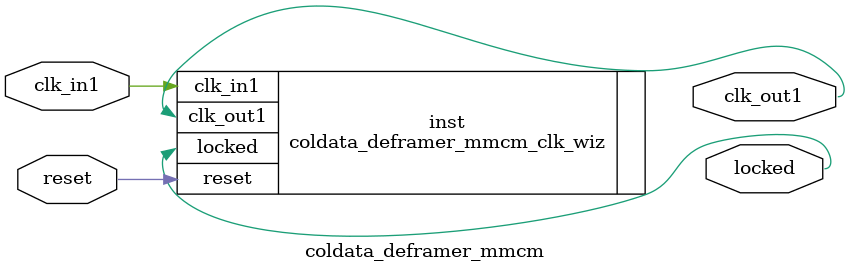
<source format=v>


`timescale 1ps/1ps

(* CORE_GENERATION_INFO = "coldata_deframer_mmcm,clk_wiz_v6_0_5_0_0,{component_name=coldata_deframer_mmcm,use_phase_alignment=false,use_min_o_jitter=false,use_max_i_jitter=false,use_dyn_phase_shift=false,use_inclk_switchover=false,use_dyn_reconfig=false,enable_axi=0,feedback_source=FDBK_AUTO,PRIMITIVE=MMCM,num_out_clk=1,clkin1_period=16.000,clkin2_period=10.0,use_power_down=false,use_reset=true,use_locked=true,use_inclk_stopped=false,feedback_type=SINGLE,CLOCK_MGR_TYPE=NA,manual_override=false}" *)

module coldata_deframer_mmcm 
 (
  // Clock out ports
  output        clk_out1,
  // Status and control signals
  input         reset,
  output        locked,
 // Clock in ports
  input         clk_in1
 );

  coldata_deframer_mmcm_clk_wiz inst
  (
  // Clock out ports  
  .clk_out1(clk_out1),
  // Status and control signals               
  .reset(reset), 
  .locked(locked),
 // Clock in ports
  .clk_in1(clk_in1)
  );

endmodule

</source>
